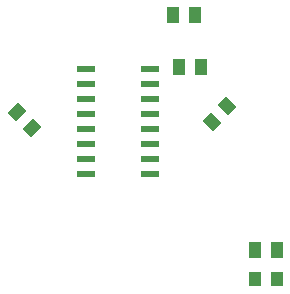
<source format=gbr>
%TF.GenerationSoftware,Altium Limited,Altium Designer,19.1.8 (144)*%
G04 Layer_Color=8421504*
%FSLAX26Y26*%
%MOIN*%
%TF.FileFunction,Paste,Top*%
%TF.Part,Single*%
G01*
G75*
%TA.AperFunction,SMDPad,CuDef*%
%ADD10R,0.041339X0.055118*%
%ADD11R,0.041339X0.051181*%
G04:AMPARAMS|DCode=12|XSize=51.181mil|YSize=41.339mil|CornerRadius=0mil|HoleSize=0mil|Usage=FLASHONLY|Rotation=315.000|XOffset=0mil|YOffset=0mil|HoleType=Round|Shape=Rectangle|*
%AMROTATEDRECTD12*
4,1,4,-0.032711,0.003480,-0.003480,0.032711,0.032711,-0.003480,0.003480,-0.032711,-0.032711,0.003480,0.0*
%
%ADD12ROTATEDRECTD12*%

%ADD13R,0.061024X0.023622*%
G04:AMPARAMS|DCode=14|XSize=51.181mil|YSize=41.339mil|CornerRadius=0mil|HoleSize=0mil|Usage=FLASHONLY|Rotation=225.000|XOffset=0mil|YOffset=0mil|HoleType=Round|Shape=Rectangle|*
%AMROTATEDRECTD14*
4,1,4,0.003480,0.032711,0.032711,0.003480,-0.003480,-0.032711,-0.032711,-0.003480,0.003480,0.032711,0.0*
%
%ADD14ROTATEDRECTD14*%

D10*
X1078740Y3480315D02*
D03*
X1005906D02*
D03*
X1352362Y2696850D02*
D03*
X1279528D02*
D03*
X1099409Y3307087D02*
D03*
X1026575D02*
D03*
D11*
X1279528Y2598425D02*
D03*
X1352362D02*
D03*
D12*
X1187168Y3175357D02*
D03*
X1135666Y3123855D02*
D03*
D13*
X931102Y2950197D02*
D03*
Y3000197D02*
D03*
Y3050197D02*
D03*
Y3100197D02*
D03*
Y3150197D02*
D03*
Y3200197D02*
D03*
Y3250197D02*
D03*
Y3300197D02*
D03*
X718504Y2950197D02*
D03*
Y3000197D02*
D03*
Y3050197D02*
D03*
Y3100197D02*
D03*
Y3150197D02*
D03*
Y3200197D02*
D03*
Y3250197D02*
D03*
Y3300197D02*
D03*
D14*
X537562Y3104170D02*
D03*
X486060Y3155672D02*
D03*
%TF.MD5,32e3a5277e19cb594c537f8480ea85b1*%
M02*

</source>
